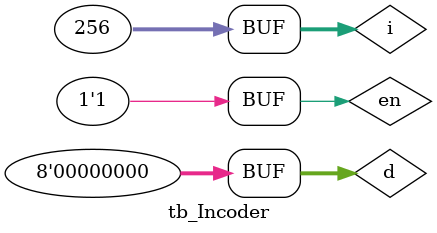
<source format=v>
`timescale 1ns/10ps

module tb_Incoder;
	reg [7:0]	d;
	wire [2:0]	a;
	wire	v;
	reg	en;
	integer	i;

	Incoder tb(.d(d), .a(a), .v(v), .en(en));
	
	initial
		begin
			$dumpfile("test_Incoder_out_vcd");
			$dumpvars(-1, tb);
			$monitor("%b, %b, %b", d, a, v);
		end

	initial
		begin
			d = 8'h00;
			en = 1'b0;

			#10;

			en = 1'b1;

			#10;

			for (i = 0; i <= 255; i = i+1)
				begin
				#10  d = d + 1;
				end

			#10;

		end
endmodule
</source>
